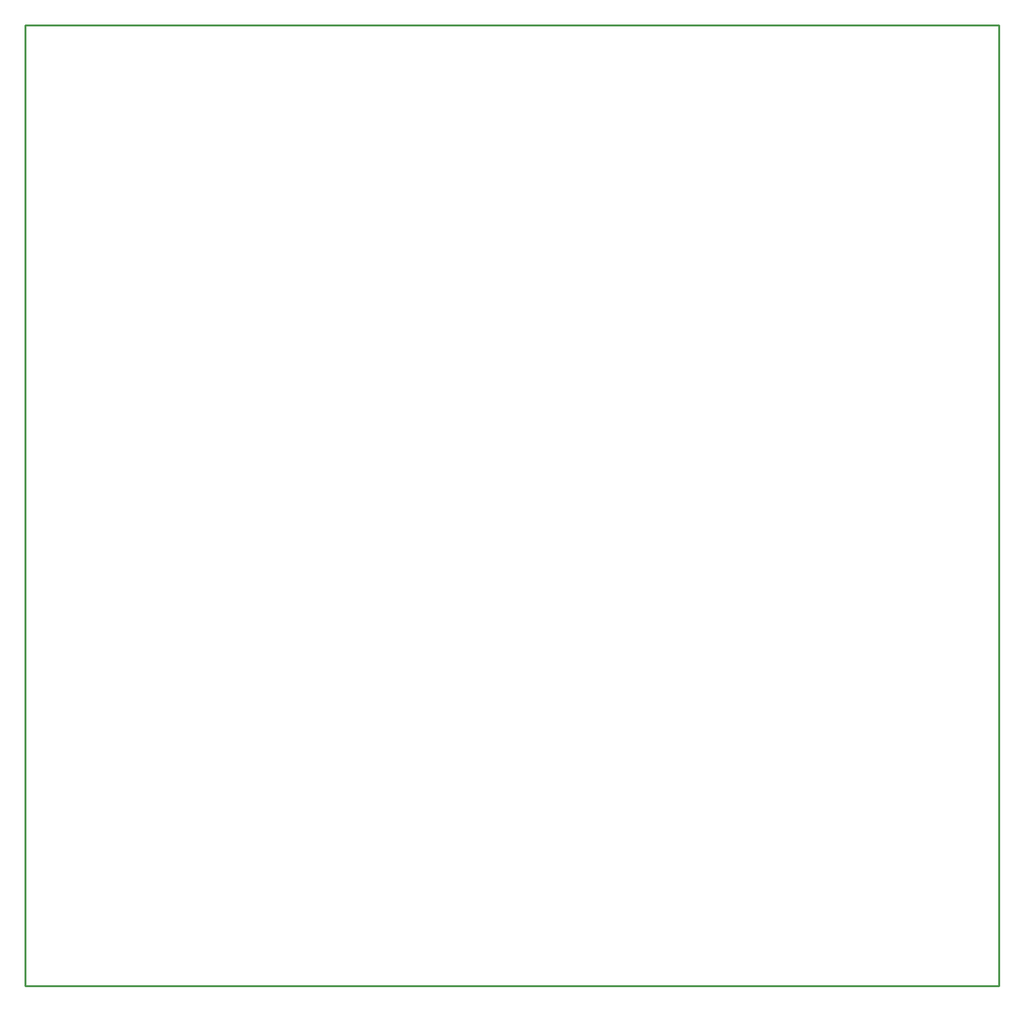
<source format=gko>
G04 Layer: BoardOutlineLayer*
G04 EasyEDA v6.5.29, 2023-07-09 11:22:14*
G04 af5271567b5646799a1a99fc6926053b,5a6b42c53f6a479593ecc07194224c93,10*
G04 Gerber Generator version 0.2*
G04 Scale: 100 percent, Rotated: No, Reflected: No *
G04 Dimensions in millimeters *
G04 leading zeros omitted , absolute positions ,4 integer and 5 decimal *
%FSLAX45Y45*%
%MOMM*%

%ADD10C,0.2540*%
D10*
X12788874Y12623774D02*
G01*
X12788874Y0D01*
X0Y12623774D02*
G01*
X12788874Y12623774D01*
X12788874Y0D02*
G01*
X0Y502D01*
X0Y12623774D01*

%LPD*%
M02*

</source>
